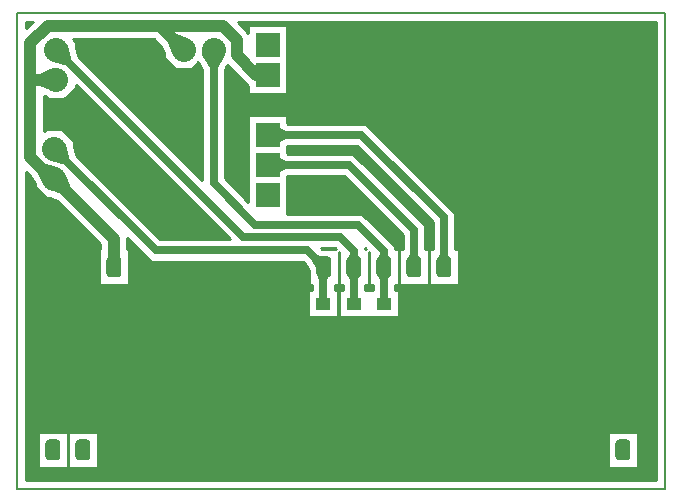
<source format=gbr>
G04 PROTEUS RS274X GERBER FILE*
%FSLAX45Y45*%
%MOMM*%
G01*
%ADD10C,1.016000*%
%ADD11C,0.635000*%
%ADD12C,0.254000*%
%ADD13R,2.032000X2.032000*%
%ADD14C,2.032000*%
%ADD15R,1.270000X1.016000*%
%AMPPAD006*
4,1,36,
-0.635000,-0.584200,
-0.635000,0.584200,
-0.628940,0.646520,
-0.611490,0.704160,
-0.583770,0.755980,
-0.546890,0.800890,
-0.501980,0.837760,
-0.450160,0.865480,
-0.392520,0.882930,
-0.330200,0.889000,
0.330200,0.889000,
0.392520,0.882930,
0.450160,0.865480,
0.501980,0.837760,
0.546890,0.800890,
0.583770,0.755980,
0.611490,0.704160,
0.628940,0.646520,
0.635000,0.584200,
0.635000,-0.584200,
0.628940,-0.646520,
0.611490,-0.704160,
0.583770,-0.755980,
0.546890,-0.800890,
0.501980,-0.837760,
0.450160,-0.865480,
0.392520,-0.882930,
0.330200,-0.889000,
-0.330200,-0.889000,
-0.392520,-0.882930,
-0.450160,-0.865480,
-0.501980,-0.837760,
-0.546890,-0.800890,
-0.583770,-0.755980,
-0.611490,-0.704160,
-0.628940,-0.646520,
-0.635000,-0.584200,
0*%
%ADD16PPAD006*%
%ADD17C,0.203200*%
%TD.AperFunction*%
G36*
X+3650000Y+1920000D02*
X+3680345Y+1929338D01*
X+3650000Y+2027950D01*
X+3619655Y+1929338D01*
X+3650000Y+1920000D01*
G37*
G36*
X+3396000Y+1920000D02*
X+3426345Y+1929338D01*
X+3396000Y+2027950D01*
X+3365655Y+1929338D01*
X+3396000Y+1920000D01*
G37*
G36*
X+1446000Y+3760000D02*
X+1464553Y+3807290D01*
X+1356198Y+3849802D01*
X+1398710Y+3741447D01*
X+1446000Y+3760000D01*
G37*
G36*
X+366660Y+3759355D02*
X+346906Y+3692357D01*
X+469932Y+3656083D01*
X+433658Y+3779109D01*
X+366660Y+3759355D01*
G37*
G36*
X+366660Y+3505355D02*
X+346340Y+3551913D01*
X+239660Y+3505355D01*
X+346340Y+3458797D01*
X+366660Y+3505355D01*
G37*
G36*
X+350000Y+2920000D02*
X+330246Y+2853002D01*
X+453273Y+2816727D01*
X+416998Y+2939754D01*
X+350000Y+2920000D01*
G37*
G36*
X+350000Y+2666000D02*
X+363651Y+2714931D01*
X+251536Y+2746212D01*
X+304840Y+2642737D01*
X+350000Y+2666000D01*
G37*
G36*
X+350000Y+2666000D02*
X+331447Y+2618710D01*
X+439802Y+2576198D01*
X+397290Y+2684553D01*
X+350000Y+2666000D01*
G37*
G36*
X+856000Y+1920000D02*
X+868569Y+1921814D01*
X+856000Y+2008900D01*
X+843431Y+1921814D01*
X+856000Y+1920000D01*
G37*
G36*
X+2160000Y+2784000D02*
X+2193597Y+2722761D01*
X+2306050Y+2784454D01*
X+2193215Y+2845447D01*
X+2160000Y+2784000D01*
G37*
G36*
X+2160000Y+3038000D02*
X+2193406Y+2976657D01*
X+2306050Y+3038000D01*
X+2193406Y+3099343D01*
X+2160000Y+3038000D01*
G37*
G36*
X+2160000Y+3546000D02*
X+2149977Y+3595801D01*
X+2035867Y+3572835D01*
X+2130301Y+3504786D01*
X+2160000Y+3546000D01*
G37*
G36*
X+1700000Y+3760000D02*
X+1638657Y+3726594D01*
X+1700000Y+3613950D01*
X+1761343Y+3726594D01*
X+1700000Y+3760000D01*
G37*
G36*
X+3142000Y+1920000D02*
X+3172345Y+1929338D01*
X+3142000Y+2027950D01*
X+3111655Y+1929338D01*
X+3142000Y+1920000D01*
G37*
G36*
X+3142000Y+1920000D02*
X+3111655Y+1910662D01*
X+3142000Y+1812050D01*
X+3172345Y+1910662D01*
X+3142000Y+1920000D01*
G37*
G36*
X+2888000Y+1920000D02*
X+2918345Y+1929338D01*
X+2888000Y+2027950D01*
X+2857655Y+1929338D01*
X+2888000Y+1920000D01*
G37*
G36*
X+2888000Y+1920000D02*
X+2857833Y+1910102D01*
X+2890000Y+1812069D01*
X+2918513Y+1911226D01*
X+2888000Y+1920000D01*
G37*
G36*
X+2634000Y+1920000D02*
X+2648854Y+1948060D01*
X+2557668Y+1996332D01*
X+2605940Y+1905146D01*
X+2634000Y+1920000D01*
G37*
G36*
X+2634000Y+1920000D02*
X+2603330Y+1911793D01*
X+2630000Y+1812125D01*
X+2663978Y+1909544D01*
X+2634000Y+1920000D01*
G37*
G36*
X+113498Y+3939769D02*
X+113498Y+3994240D01*
X+167969Y+3994240D01*
X+113498Y+3939769D01*
G37*
G36*
X+5445380Y+114718D02*
X+113498Y+114718D01*
X+113498Y+2722608D01*
X+158098Y+2678008D01*
X+184901Y+2625978D01*
X+184901Y+2597614D01*
X+281614Y+2500901D01*
X+318775Y+2500901D01*
X+375850Y+2478508D01*
X+741701Y+2112657D01*
X+741701Y+2072399D01*
X+729001Y+2072399D01*
X+729001Y+1767601D01*
X+982999Y+1767601D01*
X+982999Y+2072399D01*
X+970299Y+2072399D01*
X+970299Y+2164999D01*
X+1170547Y+1964751D01*
X+2454547Y+1964751D01*
X+2480189Y+1939109D01*
X+2507001Y+1888461D01*
X+2507001Y+1767601D01*
X+2534751Y+1767601D01*
X+2534751Y+1724299D01*
X+2503001Y+1724299D01*
X+2503001Y+1495701D01*
X+2756999Y+1495701D01*
X+2756999Y+1724299D01*
X+2725249Y+1724299D01*
X+2725249Y+1767601D01*
X+2760999Y+1767601D01*
X+2760999Y+2047001D01*
X+2761001Y+2046999D01*
X+2761001Y+1767601D01*
X+2794751Y+1767601D01*
X+2794751Y+1724299D01*
X+2763001Y+1724299D01*
X+2763001Y+1495701D01*
X+3266999Y+1495701D01*
X+3266999Y+1724299D01*
X+3237249Y+1724299D01*
X+3237249Y+1767601D01*
X+3268999Y+1767601D01*
X+3268999Y+2072399D01*
X+3237249Y+2072399D01*
X+3237249Y+2094155D01*
X+2960580Y+2370824D01*
X+2325099Y+2370824D01*
X+2325099Y+2686264D01*
X+2330460Y+2689205D01*
X+2803998Y+2689205D01*
X+3300751Y+2192452D01*
X+3300751Y+2072399D01*
X+3269001Y+2072399D01*
X+3269001Y+1767601D01*
X+3522999Y+1767601D01*
X+3522999Y+2072399D01*
X+3491249Y+2072399D01*
X+3491249Y+2271358D01*
X+2882904Y+2879703D01*
X+2330144Y+2879703D01*
X+2325099Y+2882430D01*
X+2325099Y+2939918D01*
X+2330302Y+2942751D01*
X+2912547Y+2942751D01*
X+3554751Y+2300547D01*
X+3554751Y+2072399D01*
X+3523001Y+2072399D01*
X+3523001Y+1767601D01*
X+3776999Y+1767601D01*
X+3776999Y+2072399D01*
X+3745249Y+2072399D01*
X+3745249Y+2379453D01*
X+2991453Y+3133249D01*
X+2330302Y+3133249D01*
X+2325099Y+3136082D01*
X+2325099Y+3203099D01*
X+1994901Y+3203099D01*
X+1994901Y+2469802D01*
X+1795249Y+2669454D01*
X+1795249Y+3589698D01*
X+1817148Y+3629912D01*
X+1994901Y+3452159D01*
X+1994901Y+3380901D01*
X+2325099Y+3380901D01*
X+2325099Y+3965099D01*
X+1994901Y+3965099D01*
X+1994901Y+3903266D01*
X+1903927Y+3994240D01*
X+5445380Y+3994240D01*
X+5445380Y+114718D01*
G37*
%LPC*%
G36*
X+2096500Y+3318303D02*
X+2096500Y+3265697D01*
X+2133697Y+3228500D01*
X+2186303Y+3228500D01*
X+2223500Y+3265697D01*
X+2223500Y+3318303D01*
X+2186303Y+3355500D01*
X+2133697Y+3355500D01*
X+2096500Y+3318303D01*
G37*
G36*
X+3152700Y+1391379D02*
X+3152700Y+1401901D01*
X+3145261Y+1409340D01*
X+3134739Y+1409340D01*
X+3127300Y+1401901D01*
X+3127300Y+1391379D01*
X+3134739Y+1383940D01*
X+3145261Y+1383940D01*
X+3152700Y+1391379D01*
G37*
G36*
X+2902700Y+1391379D02*
X+2902700Y+1401901D01*
X+2895261Y+1409340D01*
X+2884739Y+1409340D01*
X+2877300Y+1401901D01*
X+2877300Y+1391379D01*
X+2884739Y+1383940D01*
X+2895261Y+1383940D01*
X+2902700Y+1391379D01*
G37*
G36*
X+2642700Y+1391379D02*
X+2642700Y+1401901D01*
X+2635261Y+1409340D01*
X+2624739Y+1409340D01*
X+2617300Y+1401901D01*
X+2617300Y+1391379D01*
X+2624739Y+1383940D01*
X+2635261Y+1383940D01*
X+2642700Y+1391379D01*
G37*
G36*
X+468999Y+213601D02*
X+468999Y+518399D01*
X+215001Y+518399D01*
X+215001Y+213601D01*
X+468999Y+213601D01*
G37*
G36*
X+722999Y+213601D02*
X+722999Y+518399D01*
X+469001Y+518399D01*
X+469001Y+213601D01*
X+722999Y+213601D01*
G37*
G36*
X+4958450Y+347588D02*
X+4958450Y+384412D01*
X+4932412Y+410450D01*
X+4895588Y+410450D01*
X+4869550Y+384412D01*
X+4869550Y+347588D01*
X+4895588Y+321550D01*
X+4932412Y+321550D01*
X+4958450Y+347588D01*
G37*
G36*
X+646450Y+1901588D02*
X+646450Y+1938412D01*
X+620412Y+1964450D01*
X+583588Y+1964450D01*
X+557550Y+1938412D01*
X+557550Y+1901588D01*
X+583588Y+1875550D01*
X+620412Y+1875550D01*
X+646450Y+1901588D01*
G37*
G36*
X+392450Y+1901588D02*
X+392450Y+1938412D01*
X+366412Y+1964450D01*
X+329588Y+1964450D01*
X+303550Y+1938412D01*
X+303550Y+1901588D01*
X+329588Y+1875550D01*
X+366412Y+1875550D01*
X+392450Y+1901588D01*
G37*
G36*
X+5294999Y+213601D02*
X+5294999Y+518399D01*
X+5041001Y+518399D01*
X+5041001Y+213601D01*
X+5294999Y+213601D01*
G37*
%LPD*%
G36*
X+1836064Y+2155249D02*
X+1249453Y+2155249D01*
X+537773Y+2866929D01*
X+515099Y+2943829D01*
X+515099Y+2988386D01*
X+418386Y+3085099D01*
X+281614Y+3085099D01*
X+264299Y+3067784D01*
X+264299Y+3369892D01*
X+271998Y+3366532D01*
X+298274Y+3340256D01*
X+435046Y+3340256D01*
X+531759Y+3436969D01*
X+531759Y+3459554D01*
X+1836064Y+2155249D01*
G37*
G36*
X+1258508Y+3785850D02*
X+1280901Y+3728775D01*
X+1280901Y+3691614D01*
X+1377614Y+3594901D01*
X+1514386Y+3594901D01*
X+1571056Y+3651571D01*
X+1604751Y+3589698D01*
X+1604751Y+2655966D01*
X+554433Y+3706284D01*
X+531759Y+3783183D01*
X+531759Y+3827741D01*
X+513799Y+3845701D01*
X+1198657Y+3845701D01*
X+1258508Y+3785850D01*
G37*
G36*
X+2989601Y+2072399D02*
X+2983249Y+2072399D01*
X+2983249Y+2078751D01*
X+2989601Y+2072399D01*
G37*
G36*
X+2735601Y+2072399D02*
X+2617558Y+2072399D01*
X+2614891Y+2073811D01*
X+2609977Y+2078725D01*
X+2729275Y+2078725D01*
X+2735601Y+2072399D01*
G37*
G36*
X+3015001Y+2046999D02*
X+3015001Y+1767601D01*
X+3046751Y+1767601D01*
X+3046751Y+1724299D01*
X+2985249Y+1724299D01*
X+2985249Y+1767601D01*
X+3014999Y+1767601D01*
X+3014999Y+2047001D01*
X+3015001Y+2046999D01*
G37*
D10*
X+366660Y+3505355D02*
X+170355Y+3505355D01*
X+150000Y+3485000D01*
X+350000Y+2666000D02*
X+331748Y+2666000D01*
X+150000Y+2847748D01*
X+150000Y+3485000D01*
X+2160000Y+3546000D02*
X+2062702Y+3546000D01*
X+1894703Y+3713999D01*
X+1894703Y+3841822D01*
X+1776525Y+3960000D01*
X+1246000Y+3960000D01*
X+150000Y+3485000D02*
X+150000Y+3814629D01*
X+295371Y+3960000D01*
X+1246000Y+3960000D01*
X+1446000Y+3760000D01*
D11*
X+2630000Y+1610000D02*
X+2630000Y+1916000D01*
X+2634000Y+1920000D01*
X+2890000Y+1610000D02*
X+2890000Y+1918000D01*
X+2888000Y+1920000D01*
X+3140000Y+1610000D02*
X+3142000Y+1612000D01*
X+3142000Y+1920000D01*
X+3650000Y+1920000D02*
X+3650000Y+2340000D01*
X+2952000Y+3038000D01*
X+2160000Y+3038000D01*
X+3396000Y+1920000D02*
X+3396000Y+2231905D01*
X+3390413Y+2237492D01*
X+2843451Y+2784454D01*
X+2261600Y+2784454D01*
X+2160000Y+2784000D01*
X+2888000Y+1920000D02*
X+2888000Y+2054702D01*
X+2768728Y+2173974D01*
X+1952041Y+2173974D01*
X+366660Y+3759355D01*
X+2634000Y+1920000D02*
X+2494000Y+2060000D01*
X+1210000Y+2060000D01*
X+350000Y+2920000D01*
D10*
X+856000Y+1920000D02*
X+856000Y+2160000D01*
X+350000Y+2666000D01*
D11*
X+3142000Y+1920000D02*
X+3142000Y+2054702D01*
X+2921126Y+2275576D01*
X+2054425Y+2275576D01*
X+1700000Y+2630001D01*
X+1700000Y+3760000D01*
X+3650000Y+1920000D02*
X+3680345Y+1929338D01*
X+3650000Y+2027950D01*
X+3619655Y+1929338D01*
X+3650000Y+1920000D01*
X+3396000Y+1920000D02*
X+3426345Y+1929338D01*
X+3396000Y+2027950D01*
X+3365655Y+1929338D01*
X+3396000Y+1920000D01*
D10*
X+1446000Y+3760000D02*
X+1464553Y+3807290D01*
X+1356198Y+3849802D01*
X+1398710Y+3741447D01*
X+1446000Y+3760000D01*
D11*
X+366660Y+3759355D02*
X+346906Y+3692357D01*
X+469932Y+3656083D01*
X+433658Y+3779109D01*
X+366660Y+3759355D01*
D10*
X+366660Y+3505355D02*
X+346340Y+3551913D01*
X+239660Y+3505355D01*
X+346340Y+3458797D01*
X+366660Y+3505355D01*
D11*
X+350000Y+2920000D02*
X+330246Y+2853002D01*
X+453273Y+2816727D01*
X+416998Y+2939754D01*
X+350000Y+2920000D01*
D10*
X+350000Y+2666000D02*
X+363651Y+2714931D01*
X+251536Y+2746212D01*
X+304840Y+2642737D01*
X+350000Y+2666000D01*
X+331447Y+2618710D01*
X+439802Y+2576198D01*
X+397290Y+2684553D01*
X+350000Y+2666000D01*
X+856000Y+1920000D02*
X+868569Y+1921814D01*
X+856000Y+2008900D01*
X+843431Y+1921814D01*
X+856000Y+1920000D01*
D11*
X+2160000Y+2784000D02*
X+2193597Y+2722761D01*
X+2306050Y+2784454D01*
X+2193215Y+2845447D01*
X+2160000Y+2784000D01*
X+2160000Y+3038000D02*
X+2193406Y+2976657D01*
X+2306050Y+3038000D01*
X+2193406Y+3099343D01*
X+2160000Y+3038000D01*
D10*
X+2160000Y+3546000D02*
X+2149977Y+3595801D01*
X+2035867Y+3572835D01*
X+2130301Y+3504786D01*
X+2160000Y+3546000D01*
D11*
X+1700000Y+3760000D02*
X+1638657Y+3726594D01*
X+1700000Y+3613950D01*
X+1761343Y+3726594D01*
X+1700000Y+3760000D01*
X+3142000Y+1920000D02*
X+3172345Y+1929338D01*
X+3142000Y+2027950D01*
X+3111655Y+1929338D01*
X+3142000Y+1920000D01*
X+3111655Y+1910662D01*
X+3142000Y+1812050D01*
X+3172345Y+1910662D01*
X+3142000Y+1920000D01*
X+2888000Y+1920000D02*
X+2918345Y+1929338D01*
X+2888000Y+2027950D01*
X+2857655Y+1929338D01*
X+2888000Y+1920000D01*
X+2857833Y+1910102D01*
X+2890000Y+1812069D01*
X+2918513Y+1911226D01*
X+2888000Y+1920000D01*
X+2634000Y+1920000D02*
X+2648854Y+1948060D01*
X+2557668Y+1996332D01*
X+2605940Y+1905146D01*
X+2634000Y+1920000D01*
X+2603330Y+1911793D01*
X+2630000Y+1812125D01*
X+2663978Y+1909544D01*
X+2634000Y+1920000D01*
D12*
X+113498Y+3939769D02*
X+113498Y+3994240D01*
X+167969Y+3994240D01*
X+113498Y+3939769D01*
X+5445380Y+114718D02*
X+113498Y+114718D01*
X+113498Y+2722608D01*
X+158098Y+2678008D01*
X+184901Y+2625978D01*
X+184901Y+2597614D01*
X+281614Y+2500901D01*
X+318775Y+2500901D01*
X+375850Y+2478508D01*
X+741701Y+2112657D01*
X+741701Y+2072399D01*
X+729001Y+2072399D01*
X+729001Y+1767601D01*
X+982999Y+1767601D01*
X+982999Y+2072399D01*
X+970299Y+2072399D01*
X+970299Y+2164999D01*
X+1170547Y+1964751D01*
X+2454547Y+1964751D01*
X+2480189Y+1939109D01*
X+2507001Y+1888461D01*
X+2507001Y+1767601D01*
X+2534751Y+1767601D01*
X+2534751Y+1724299D01*
X+2503001Y+1724299D01*
X+2503001Y+1495701D01*
X+2756999Y+1495701D01*
X+2756999Y+1724299D01*
X+2725249Y+1724299D01*
X+2725249Y+1767601D01*
X+2760999Y+1767601D01*
X+2760999Y+2047001D01*
X+2761001Y+2046999D01*
X+2761001Y+1767601D01*
X+2794751Y+1767601D01*
X+2794751Y+1724299D01*
X+2763001Y+1724299D01*
X+2763001Y+1495701D01*
X+3266999Y+1495701D01*
X+3266999Y+1724299D01*
X+3237249Y+1724299D01*
X+3237249Y+1767601D01*
X+3268999Y+1767601D01*
X+3268999Y+2072399D01*
X+3237249Y+2072399D01*
X+3237249Y+2094155D01*
X+2960580Y+2370824D01*
X+2325099Y+2370824D01*
X+2325099Y+2686264D01*
X+2330460Y+2689205D01*
X+2803998Y+2689205D01*
X+3300751Y+2192452D01*
X+3300751Y+2072399D01*
X+3269001Y+2072399D01*
X+3269001Y+1767601D01*
X+3522999Y+1767601D01*
X+3522999Y+2072399D01*
X+3491249Y+2072399D01*
X+3491249Y+2271358D01*
X+2882904Y+2879703D01*
X+2330144Y+2879703D01*
X+2325099Y+2882430D01*
X+2325099Y+2939918D01*
X+2330302Y+2942751D01*
X+2912547Y+2942751D01*
X+3554751Y+2300547D01*
X+3554751Y+2072399D01*
X+3523001Y+2072399D01*
X+3523001Y+1767601D01*
X+3776999Y+1767601D01*
X+3776999Y+2072399D01*
X+3745249Y+2072399D01*
X+3745249Y+2379453D01*
X+2991453Y+3133249D01*
X+2330302Y+3133249D01*
X+2325099Y+3136082D01*
X+2325099Y+3203099D01*
X+1994901Y+3203099D01*
X+1994901Y+2469802D01*
X+1795249Y+2669454D01*
X+1795249Y+3589698D01*
X+1817148Y+3629912D01*
X+1994901Y+3452159D01*
X+1994901Y+3380901D01*
X+2325099Y+3380901D01*
X+2325099Y+3965099D01*
X+1994901Y+3965099D01*
X+1994901Y+3903266D01*
X+1903927Y+3994240D01*
X+5445380Y+3994240D01*
X+5445380Y+114718D01*
X+2096500Y+3318303D02*
X+2096500Y+3265697D01*
X+2133697Y+3228500D01*
X+2186303Y+3228500D01*
X+2223500Y+3265697D01*
X+2223500Y+3318303D01*
X+2186303Y+3355500D01*
X+2133697Y+3355500D01*
X+2096500Y+3318303D01*
X+3152700Y+1391379D02*
X+3152700Y+1401901D01*
X+3145261Y+1409340D01*
X+3134739Y+1409340D01*
X+3127300Y+1401901D01*
X+3127300Y+1391379D01*
X+3134739Y+1383940D01*
X+3145261Y+1383940D01*
X+3152700Y+1391379D01*
X+2902700Y+1391379D02*
X+2902700Y+1401901D01*
X+2895261Y+1409340D01*
X+2884739Y+1409340D01*
X+2877300Y+1401901D01*
X+2877300Y+1391379D01*
X+2884739Y+1383940D01*
X+2895261Y+1383940D01*
X+2902700Y+1391379D01*
X+2642700Y+1391379D02*
X+2642700Y+1401901D01*
X+2635261Y+1409340D01*
X+2624739Y+1409340D01*
X+2617300Y+1401901D01*
X+2617300Y+1391379D01*
X+2624739Y+1383940D01*
X+2635261Y+1383940D01*
X+2642700Y+1391379D01*
X+468999Y+213601D02*
X+468999Y+518399D01*
X+215001Y+518399D01*
X+215001Y+213601D01*
X+468999Y+213601D01*
X+722999Y+213601D02*
X+722999Y+518399D01*
X+469001Y+518399D01*
X+469001Y+213601D01*
X+722999Y+213601D01*
X+4958450Y+347588D02*
X+4958450Y+384412D01*
X+4932412Y+410450D01*
X+4895588Y+410450D01*
X+4869550Y+384412D01*
X+4869550Y+347588D01*
X+4895588Y+321550D01*
X+4932412Y+321550D01*
X+4958450Y+347588D01*
X+646450Y+1901588D02*
X+646450Y+1938412D01*
X+620412Y+1964450D01*
X+583588Y+1964450D01*
X+557550Y+1938412D01*
X+557550Y+1901588D01*
X+583588Y+1875550D01*
X+620412Y+1875550D01*
X+646450Y+1901588D01*
X+392450Y+1901588D02*
X+392450Y+1938412D01*
X+366412Y+1964450D01*
X+329588Y+1964450D01*
X+303550Y+1938412D01*
X+303550Y+1901588D01*
X+329588Y+1875550D01*
X+366412Y+1875550D01*
X+392450Y+1901588D01*
X+5294999Y+213601D02*
X+5294999Y+518399D01*
X+5041001Y+518399D01*
X+5041001Y+213601D01*
X+5294999Y+213601D01*
X+1836064Y+2155249D02*
X+1249453Y+2155249D01*
X+537773Y+2866929D01*
X+515099Y+2943829D01*
X+515099Y+2988386D01*
X+418386Y+3085099D01*
X+281614Y+3085099D01*
X+264299Y+3067784D01*
X+264299Y+3369892D01*
X+271998Y+3366532D01*
X+298274Y+3340256D01*
X+435046Y+3340256D01*
X+531759Y+3436969D01*
X+531759Y+3459554D01*
X+1836064Y+2155249D01*
X+1258508Y+3785850D02*
X+1280901Y+3728775D01*
X+1280901Y+3691614D01*
X+1377614Y+3594901D01*
X+1514386Y+3594901D01*
X+1571056Y+3651571D01*
X+1604751Y+3589698D01*
X+1604751Y+2655966D01*
X+554433Y+3706284D01*
X+531759Y+3783183D01*
X+531759Y+3827741D01*
X+513799Y+3845701D01*
X+1198657Y+3845701D01*
X+1258508Y+3785850D01*
X+2989601Y+2072399D02*
X+2983249Y+2072399D01*
X+2983249Y+2078751D01*
X+2989601Y+2072399D01*
X+2735601Y+2072399D02*
X+2617558Y+2072399D01*
X+2614891Y+2073811D01*
X+2609977Y+2078725D01*
X+2729275Y+2078725D01*
X+2735601Y+2072399D01*
X+3015001Y+2046999D02*
X+3015001Y+1767601D01*
X+3046751Y+1767601D01*
X+3046751Y+1724299D01*
X+2985249Y+1724299D01*
X+2985249Y+1767601D01*
X+3014999Y+1767601D01*
X+3014999Y+2047001D01*
X+3015001Y+2046999D01*
X+2160000Y+3355500D02*
X+2160000Y+3292000D01*
X+2160000Y+3228500D02*
X+2160000Y+3292000D01*
X+2096500Y+3292000D02*
X+2160000Y+3292000D01*
X+2223500Y+3292000D02*
X+2160000Y+3292000D01*
X+3140000Y+1383940D02*
X+3140000Y+1396640D01*
X+3140000Y+1409340D02*
X+3140000Y+1396640D01*
X+3152700Y+1396640D02*
X+3140000Y+1396640D01*
X+3127300Y+1396640D02*
X+3140000Y+1396640D01*
X+2890000Y+1383940D02*
X+2890000Y+1396640D01*
X+2890000Y+1409340D02*
X+2890000Y+1396640D01*
X+2902700Y+1396640D02*
X+2890000Y+1396640D01*
X+2877300Y+1396640D02*
X+2890000Y+1396640D01*
X+2630000Y+1383940D02*
X+2630000Y+1396640D01*
X+2630000Y+1409340D02*
X+2630000Y+1396640D01*
X+2642700Y+1396640D02*
X+2630000Y+1396640D01*
X+2617300Y+1396640D02*
X+2630000Y+1396640D01*
X+4914000Y+321550D02*
X+4914000Y+366000D01*
X+4914000Y+410450D02*
X+4914000Y+366000D01*
X+4958450Y+366000D02*
X+4914000Y+366000D01*
X+4869550Y+366000D02*
X+4914000Y+366000D01*
X+602000Y+1875550D02*
X+602000Y+1920000D01*
X+602000Y+1964450D02*
X+602000Y+1920000D01*
X+646450Y+1920000D02*
X+602000Y+1920000D01*
X+557550Y+1920000D02*
X+602000Y+1920000D01*
X+348000Y+1875550D02*
X+348000Y+1920000D01*
X+348000Y+1964450D02*
X+348000Y+1920000D01*
X+392450Y+1920000D02*
X+348000Y+1920000D01*
X+303550Y+1920000D02*
X+348000Y+1920000D01*
D13*
X+2160000Y+3292000D03*
X+2160000Y+3800000D03*
X+2160000Y+2530000D03*
X+2160000Y+2784000D03*
X+2160000Y+3038000D03*
X+2160000Y+3546000D03*
D14*
X+1700000Y+3760000D03*
X+1446000Y+3760000D03*
X+366660Y+3759355D03*
X+366660Y+3505355D03*
X+350000Y+2920000D03*
X+350000Y+2666000D03*
D15*
X+3140000Y+1610000D03*
X+3140000Y+1396640D03*
X+2890000Y+1610000D03*
X+2890000Y+1396640D03*
X+2630000Y+1610000D03*
X+2630000Y+1396640D03*
D16*
X+3650000Y+1920000D03*
X+3396000Y+1920000D03*
X+3142000Y+1920000D03*
X+2888000Y+1920000D03*
X+2634000Y+1920000D03*
X+342000Y+366000D03*
X+596000Y+366000D03*
X+4914000Y+366000D03*
X+602000Y+1920000D03*
X+348000Y+1920000D03*
X+856000Y+1920000D03*
X+5168000Y+366000D03*
D17*
X+39839Y+41059D02*
X+5519039Y+41059D01*
X+5519039Y+4067899D01*
X+39839Y+4067899D01*
X+39839Y+41059D01*
M02*

</source>
